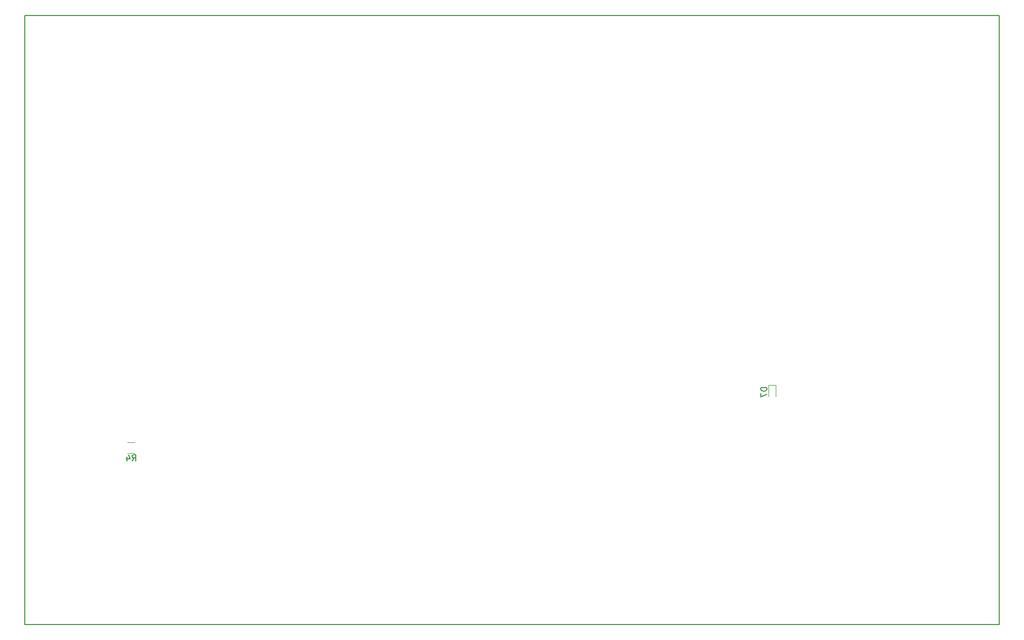
<source format=gbr>
%TF.GenerationSoftware,KiCad,Pcbnew,(5.1.2)-2*%
%TF.CreationDate,2019-08-07T11:35:21+02:00*%
%TF.ProjectId,PowerSupply-6SN7,506f7765-7253-4757-9070-6c792d36534e,rev?*%
%TF.SameCoordinates,Original*%
%TF.FileFunction,Legend,Bot*%
%TF.FilePolarity,Positive*%
%FSLAX46Y46*%
G04 Gerber Fmt 4.6, Leading zero omitted, Abs format (unit mm)*
G04 Created by KiCad (PCBNEW (5.1.2)-2) date 2019-08-07 11:35:21*
%MOMM*%
%LPD*%
G04 APERTURE LIST*
%ADD10C,0.150000*%
%ADD11C,0.120000*%
G04 APERTURE END LIST*
D10*
X55075000Y-144925000D02*
X214925000Y-144925000D01*
X55075000Y-45075000D02*
X55075000Y-144925000D01*
X214925000Y-45075000D02*
X55075000Y-45075000D01*
X214925000Y-144925000D02*
X214925000Y-45075000D01*
D11*
X73126000Y-115094000D02*
X71926000Y-115094000D01*
X71926000Y-116854000D02*
X73126000Y-116854000D01*
X177035000Y-105680000D02*
X178235000Y-105680000D01*
X177035000Y-107530000D02*
X177035000Y-105680000D01*
X178235000Y-107530000D02*
X178235000Y-105680000D01*
D10*
X72692666Y-118126380D02*
X73026000Y-117650190D01*
X73264095Y-118126380D02*
X73264095Y-117126380D01*
X72883142Y-117126380D01*
X72787904Y-117174000D01*
X72740285Y-117221619D01*
X72692666Y-117316857D01*
X72692666Y-117459714D01*
X72740285Y-117554952D01*
X72787904Y-117602571D01*
X72883142Y-117650190D01*
X73264095Y-117650190D01*
X71835523Y-117459714D02*
X71835523Y-118126380D01*
X72073619Y-117078761D02*
X72311714Y-117793047D01*
X71692666Y-117793047D01*
X176787380Y-106091904D02*
X175787380Y-106091904D01*
X175787380Y-106330000D01*
X175835000Y-106472857D01*
X175930238Y-106568095D01*
X176025476Y-106615714D01*
X176215952Y-106663333D01*
X176358809Y-106663333D01*
X176549285Y-106615714D01*
X176644523Y-106568095D01*
X176739761Y-106472857D01*
X176787380Y-106330000D01*
X176787380Y-106091904D01*
X175787380Y-106996666D02*
X175787380Y-107663333D01*
X176787380Y-107234761D01*
M02*

</source>
